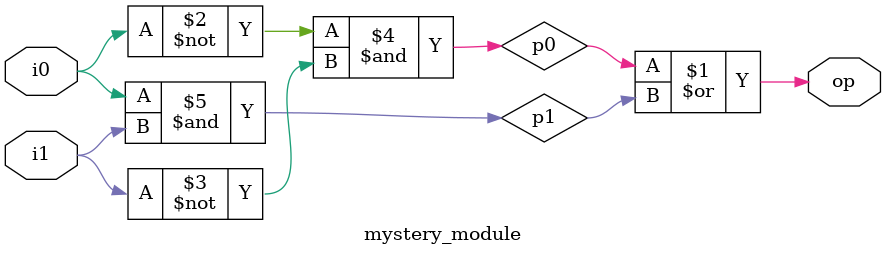
<source format=v>
module sixbit_xnor(
    input wire [5:0] a, b,
    output wire [5:0] out
    );

    // Using the mystery module which we discovered in LAB A to be an XNOR gate
    
    // Use this module to preform a bitwise XNOR operation on all bits
    mystery_module bit0 (.i0(a[0]), .i1(b[0]), .op(out[0]));
    mystery_module bit1 (.i0(a[1]), .i1(b[1]), .op(out[1]));
    mystery_module bit2 (.i0(a[2]), .i1(b[2]), .op(out[2]));
    mystery_module bit3 (.i0(a[3]), .i1(b[3]), .op(out[3]));
    mystery_module bit4 (.i0(a[4]), .i1(b[4]), .op(out[4]));
    mystery_module bit5 (.i0(a[5]), .i1(b[5]), .op(out[5]));
    
endmodule


module mystery_module
   // I/O ports
   (
    input wire i0, i1,
    output wire op
   );

   // signal declaration
   wire p0, p1;

   // body
   // sum of two product terms
   assign op = p0 | p1;
   // product terms
   assign p0 = ~i0 & ~i1;
   assign p1 = i0 & i1;

endmodule
</source>
